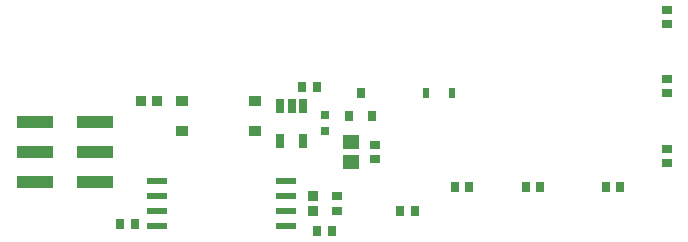
<source format=gtp>
%FSTAX23Y23*%
%MOIN*%
%SFA1B1*%

%IPPOS*%
%AMD21*
4,1,8,0.010900,0.023600,-0.010900,0.023600,-0.012800,0.021700,-0.012800,-0.021700,-0.010900,-0.023600,0.010900,-0.023600,0.012800,-0.021700,0.012800,0.021700,0.010900,0.023600,0.0*
1,1,0.003843,0.010900,0.021700*
1,1,0.003843,-0.010900,0.021700*
1,1,0.003843,-0.010900,-0.021700*
1,1,0.003843,0.010900,-0.021700*
%
%ADD16R,0.124016X0.039370*%
%ADD17R,0.033465X0.029527*%
%ADD18R,0.035433X0.029527*%
%ADD19R,0.053150X0.045275*%
%ADD20R,0.031496X0.035433*%
G04~CAMADD=21~8~0.0~0.0~255.9~472.4~19.2~0.0~15~0.0~0.0~0.0~0.0~0~0.0~0.0~0.0~0.0~0~0.0~0.0~0.0~0.0~255.9~472.4*
%ADD21D21*%
%ADD22R,0.027559X0.025591*%
%ADD23R,0.024803X0.032677*%
%ADD24R,0.070866X0.023622*%
%ADD25R,0.044882X0.035827*%
%ADD26R,0.033465X0.037401*%
%ADD27R,0.037401X0.033465*%
%ADD28R,0.029527X0.033465*%
%LNcapbank-1*%
%LPD*%
G54D16*
X01477Y02498D03*
Y02598D03*
Y02698D03*
X01278Y02498D03*
Y02598D03*
Y02698D03*
G54D17*
X03385Y02842D03*
Y02795D03*
Y02606D03*
Y02559D03*
Y0307D03*
Y03023D03*
G54D18*
X02284Y02449D03*
Y02402D03*
X02411Y02574D03*
Y02622D03*
G54D19*
X02332Y02563D03*
Y02632D03*
G54D20*
X02364Y02795D03*
X02401Y02716D03*
X02326D03*
X02168Y02814D03*
X02217D03*
X02219Y02334D03*
X02268D03*
X01611Y02358D03*
X01562D03*
G54D21*
X0217Y02633D03*
X02095D03*
Y02749D03*
X02133D03*
X0217D03*
G54D22*
X02245Y02719D03*
Y02666D03*
G54D23*
X02582Y02795D03*
X02669D03*
G54D24*
X01685Y02349D03*
Y02399D03*
Y02449D03*
Y02499D03*
X02114D03*
Y02449D03*
Y02399D03*
Y02349D03*
G54D25*
X01767Y02766D03*
Y02666D03*
X02012Y02766D03*
Y02666D03*
G54D26*
X01632Y02766D03*
X01684D03*
G54D27*
X02206Y0245D03*
Y02399D03*
G54D28*
X03228Y0248D03*
X03181D03*
X0296D03*
X02913D03*
X02724D03*
X02677D03*
X02543Y02401D03*
X02496D03*
M02*
</source>
